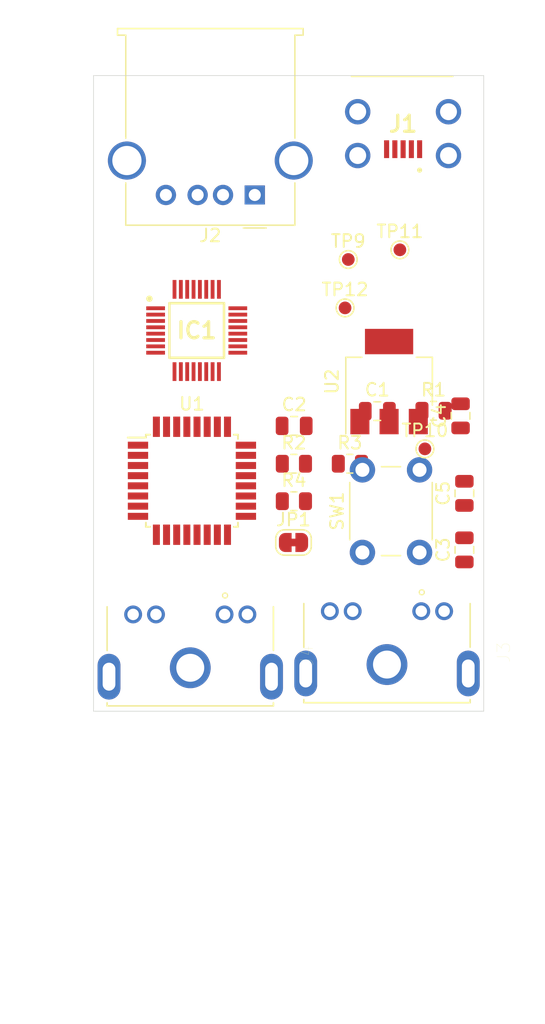
<source format=kicad_pcb>
(kicad_pcb (version 20171130) (host pcbnew "(5.1.9-16-g1737927814)-1")

  (general
    (thickness 1.6)
    (drawings 4)
    (tracks 0)
    (zones 0)
    (modules 22)
    (nets 14)
  )

  (page A4)
  (layers
    (0 F.Cu signal)
    (31 B.Cu signal)
    (32 B.Adhes user)
    (33 F.Adhes user)
    (34 B.Paste user)
    (35 F.Paste user)
    (36 B.SilkS user)
    (37 F.SilkS user)
    (38 B.Mask user)
    (39 F.Mask user)
    (40 Dwgs.User user)
    (41 Cmts.User user)
    (42 Eco1.User user)
    (43 Eco2.User user)
    (44 Edge.Cuts user)
    (45 Margin user)
    (46 B.CrtYd user)
    (47 F.CrtYd user)
    (48 B.Fab user)
    (49 F.Fab user)
  )

  (setup
    (last_trace_width 0.25)
    (trace_clearance 0.2)
    (zone_clearance 0.508)
    (zone_45_only no)
    (trace_min 0.2)
    (via_size 0.8)
    (via_drill 0.4)
    (via_min_size 0.4)
    (via_min_drill 0.3)
    (uvia_size 0.3)
    (uvia_drill 0.1)
    (uvias_allowed no)
    (uvia_min_size 0.2)
    (uvia_min_drill 0.1)
    (edge_width 0.05)
    (segment_width 0.2)
    (pcb_text_width 0.3)
    (pcb_text_size 1.5 1.5)
    (mod_edge_width 0.12)
    (mod_text_size 1 1)
    (mod_text_width 0.15)
    (pad_size 1.524 1.524)
    (pad_drill 0.762)
    (pad_to_mask_clearance 0)
    (aux_axis_origin 0 0)
    (visible_elements 7FFFFFFF)
    (pcbplotparams
      (layerselection 0x010fc_ffffffff)
      (usegerberextensions false)
      (usegerberattributes true)
      (usegerberadvancedattributes true)
      (creategerberjobfile true)
      (excludeedgelayer true)
      (linewidth 0.100000)
      (plotframeref false)
      (viasonmask false)
      (mode 1)
      (useauxorigin false)
      (hpglpennumber 1)
      (hpglpenspeed 20)
      (hpglpendiameter 15.000000)
      (psnegative false)
      (psa4output false)
      (plotreference true)
      (plotvalue true)
      (plotinvisibletext false)
      (padsonsilk false)
      (subtractmaskfromsilk false)
      (outputformat 1)
      (mirror false)
      (drillshape 1)
      (scaleselection 1)
      (outputdirectory ""))
  )

  (net 0 "")
  (net 1 ADB_1_5v)
  (net 2 ADB_1_GND)
  (net 3 ADB_1_DATA)
  (net 4 ADB_1_PWR_ON)
  (net 5 "Net-(J2-Pad2)")
  (net 6 GND)
  (net 7 +3V3)
  (net 8 "Net-(J2-Pad3)")
  (net 9 VBUS)
  (net 10 "Net-(IC1-Pad26)")
  (net 11 "Net-(R2-Pad2)")
  (net 12 Host_USB_D-)
  (net 13 Host_USB_D+)

  (net_class Default "This is the default net class."
    (clearance 0.2)
    (trace_width 0.25)
    (via_dia 0.8)
    (via_drill 0.4)
    (uvia_dia 0.3)
    (uvia_drill 0.1)
    (add_net +3V3)
    (add_net ADB_1_5v)
    (add_net ADB_1_DATA)
    (add_net ADB_1_GND)
    (add_net ADB_1_PWR_ON)
    (add_net GND)
    (add_net Host_USB_D+)
    (add_net Host_USB_D-)
    (add_net MAX3421_RESET)
    (add_net MAX3421_SS)
    (add_net "Net-(IC1-Pad1)")
    (add_net "Net-(IC1-Pad10)")
    (add_net "Net-(IC1-Pad11)")
    (add_net "Net-(IC1-Pad17)")
    (add_net "Net-(IC1-Pad18)")
    (add_net "Net-(IC1-Pad22)")
    (add_net "Net-(IC1-Pad24)")
    (add_net "Net-(IC1-Pad25)")
    (add_net "Net-(IC1-Pad26)")
    (add_net "Net-(IC1-Pad27)")
    (add_net "Net-(IC1-Pad28)")
    (add_net "Net-(IC1-Pad29)")
    (add_net "Net-(IC1-Pad30)")
    (add_net "Net-(IC1-Pad31)")
    (add_net "Net-(IC1-Pad32)")
    (add_net "Net-(IC1-Pad4)")
    (add_net "Net-(IC1-Pad5)")
    (add_net "Net-(IC1-Pad6)")
    (add_net "Net-(IC1-Pad7)")
    (add_net "Net-(IC1-Pad8)")
    (add_net "Net-(IC1-Pad9)")
    (add_net "Net-(J1-Pad2)")
    (add_net "Net-(J1-Pad3)")
    (add_net "Net-(J1-Pad4)")
    (add_net "Net-(J2-Pad2)")
    (add_net "Net-(J2-Pad3)")
    (add_net "Net-(R2-Pad2)")
    (add_net "Net-(U1-Pad1)")
    (add_net "Net-(U1-Pad10)")
    (add_net "Net-(U1-Pad11)")
    (add_net "Net-(U1-Pad12)")
    (add_net "Net-(U1-Pad13)")
    (add_net "Net-(U1-Pad14)")
    (add_net "Net-(U1-Pad15)")
    (add_net "Net-(U1-Pad16)")
    (add_net "Net-(U1-Pad17)")
    (add_net "Net-(U1-Pad19)")
    (add_net "Net-(U1-Pad2)")
    (add_net "Net-(U1-Pad20)")
    (add_net "Net-(U1-Pad22)")
    (add_net "Net-(U1-Pad23)")
    (add_net "Net-(U1-Pad24)")
    (add_net "Net-(U1-Pad25)")
    (add_net "Net-(U1-Pad26)")
    (add_net "Net-(U1-Pad27)")
    (add_net "Net-(U1-Pad28)")
    (add_net "Net-(U1-Pad29)")
    (add_net "Net-(U1-Pad30)")
    (add_net "Net-(U1-Pad31)")
    (add_net "Net-(U1-Pad32)")
    (add_net "Net-(U1-Pad7)")
    (add_net "Net-(U1-Pad8)")
    (add_net "Net-(U1-Pad9)")
    (add_net SPI_MISO)
    (add_net SPI_MOSI)
    (add_net SPI_SCLK)
    (add_net VBUS)
  )

  (module Package_TO_SOT_SMD:SOT-223-3_TabPin2 (layer F.Cu) (tedit 5A02FF57) (tstamp 60E5AB06)
    (at 176.188 60.664 90)
    (descr "module CMS SOT223 4 pins")
    (tags "CMS SOT")
    (path /60E76099)
    (attr smd)
    (fp_text reference U2 (at 0 -4.5 90) (layer F.SilkS)
      (effects (font (size 1 1) (thickness 0.15)))
    )
    (fp_text value AMS1117-3.3 (at 0 4.5 90) (layer F.Fab)
      (effects (font (size 1 1) (thickness 0.15)))
    )
    (fp_text user %R (at 0 0) (layer F.Fab)
      (effects (font (size 0.8 0.8) (thickness 0.12)))
    )
    (fp_line (start 1.91 3.41) (end 1.91 2.15) (layer F.SilkS) (width 0.12))
    (fp_line (start 1.91 -3.41) (end 1.91 -2.15) (layer F.SilkS) (width 0.12))
    (fp_line (start 4.4 -3.6) (end -4.4 -3.6) (layer F.CrtYd) (width 0.05))
    (fp_line (start 4.4 3.6) (end 4.4 -3.6) (layer F.CrtYd) (width 0.05))
    (fp_line (start -4.4 3.6) (end 4.4 3.6) (layer F.CrtYd) (width 0.05))
    (fp_line (start -4.4 -3.6) (end -4.4 3.6) (layer F.CrtYd) (width 0.05))
    (fp_line (start -1.85 -2.35) (end -0.85 -3.35) (layer F.Fab) (width 0.1))
    (fp_line (start -1.85 -2.35) (end -1.85 3.35) (layer F.Fab) (width 0.1))
    (fp_line (start -1.85 3.41) (end 1.91 3.41) (layer F.SilkS) (width 0.12))
    (fp_line (start -0.85 -3.35) (end 1.85 -3.35) (layer F.Fab) (width 0.1))
    (fp_line (start -4.1 -3.41) (end 1.91 -3.41) (layer F.SilkS) (width 0.12))
    (fp_line (start -1.85 3.35) (end 1.85 3.35) (layer F.Fab) (width 0.1))
    (fp_line (start 1.85 -3.35) (end 1.85 3.35) (layer F.Fab) (width 0.1))
    (pad 1 smd rect (at -3.15 -2.3 90) (size 2 1.5) (layers F.Cu F.Paste F.Mask)
      (net 6 GND))
    (pad 3 smd rect (at -3.15 2.3 90) (size 2 1.5) (layers F.Cu F.Paste F.Mask)
      (net 9 VBUS))
    (pad 2 smd rect (at -3.15 0 90) (size 2 1.5) (layers F.Cu F.Paste F.Mask)
      (net 7 +3V3))
    (pad 2 smd rect (at 3.15 0 90) (size 2 3.8) (layers F.Cu F.Paste F.Mask)
      (net 7 +3V3))
    (model ${KISYS3DMOD}/Package_TO_SOT_SMD.3dshapes/SOT-223.wrl
      (at (xyz 0 0 0))
      (scale (xyz 1 1 1))
      (rotate (xyz 0 0 0))
    )
  )

  (module Button_Switch_THT:SW_PUSH_6mm (layer F.Cu) (tedit 5A02FE31) (tstamp 60E5AA4C)
    (at 174.088 74.114 90)
    (descr https://www.omron.com/ecb/products/pdf/en-b3f.pdf)
    (tags "tact sw push 6mm")
    (path /60E71BE9)
    (fp_text reference SW1 (at 3.25 -2 90) (layer F.SilkS)
      (effects (font (size 1 1) (thickness 0.15)))
    )
    (fp_text value SW_Push (at 3.75 6.7 90) (layer F.Fab)
      (effects (font (size 1 1) (thickness 0.15)))
    )
    (fp_text user %R (at 3.25 2.25 90) (layer F.Fab)
      (effects (font (size 1 1) (thickness 0.15)))
    )
    (fp_line (start 3.25 -0.75) (end 6.25 -0.75) (layer F.Fab) (width 0.1))
    (fp_line (start 6.25 -0.75) (end 6.25 5.25) (layer F.Fab) (width 0.1))
    (fp_line (start 6.25 5.25) (end 0.25 5.25) (layer F.Fab) (width 0.1))
    (fp_line (start 0.25 5.25) (end 0.25 -0.75) (layer F.Fab) (width 0.1))
    (fp_line (start 0.25 -0.75) (end 3.25 -0.75) (layer F.Fab) (width 0.1))
    (fp_line (start 7.75 6) (end 8 6) (layer F.CrtYd) (width 0.05))
    (fp_line (start 8 6) (end 8 5.75) (layer F.CrtYd) (width 0.05))
    (fp_line (start 7.75 -1.5) (end 8 -1.5) (layer F.CrtYd) (width 0.05))
    (fp_line (start 8 -1.5) (end 8 -1.25) (layer F.CrtYd) (width 0.05))
    (fp_line (start -1.5 -1.25) (end -1.5 -1.5) (layer F.CrtYd) (width 0.05))
    (fp_line (start -1.5 -1.5) (end -1.25 -1.5) (layer F.CrtYd) (width 0.05))
    (fp_line (start -1.5 5.75) (end -1.5 6) (layer F.CrtYd) (width 0.05))
    (fp_line (start -1.5 6) (end -1.25 6) (layer F.CrtYd) (width 0.05))
    (fp_line (start -1.25 -1.5) (end 7.75 -1.5) (layer F.CrtYd) (width 0.05))
    (fp_line (start -1.5 5.75) (end -1.5 -1.25) (layer F.CrtYd) (width 0.05))
    (fp_line (start 7.75 6) (end -1.25 6) (layer F.CrtYd) (width 0.05))
    (fp_line (start 8 -1.25) (end 8 5.75) (layer F.CrtYd) (width 0.05))
    (fp_line (start 1 5.5) (end 5.5 5.5) (layer F.SilkS) (width 0.12))
    (fp_line (start -0.25 1.5) (end -0.25 3) (layer F.SilkS) (width 0.12))
    (fp_line (start 5.5 -1) (end 1 -1) (layer F.SilkS) (width 0.12))
    (fp_line (start 6.75 3) (end 6.75 1.5) (layer F.SilkS) (width 0.12))
    (fp_circle (center 3.25 2.25) (end 1.25 2.5) (layer F.Fab) (width 0.1))
    (pad 1 thru_hole circle (at 6.5 0 180) (size 2 2) (drill 1.1) (layers *.Cu *.Mask)
      (net 10 "Net-(IC1-Pad26)"))
    (pad 2 thru_hole circle (at 6.5 4.5 180) (size 2 2) (drill 1.1) (layers *.Cu *.Mask)
      (net 11 "Net-(R2-Pad2)"))
    (pad 1 thru_hole circle (at 0 0 180) (size 2 2) (drill 1.1) (layers *.Cu *.Mask)
      (net 10 "Net-(IC1-Pad26)"))
    (pad 2 thru_hole circle (at 0 4.5 180) (size 2 2) (drill 1.1) (layers *.Cu *.Mask)
      (net 11 "Net-(R2-Pad2)"))
    (model ${KISYS3DMOD}/Button_Switch_THT.3dshapes/SW_PUSH_6mm.wrl
      (at (xyz 0 0 0))
      (scale (xyz 1 1 1))
      (rotate (xyz 0 0 0))
    )
  )

  (module SamacSys_Parts:U254051N4BH806 (layer F.Cu) (tedit 0) (tstamp 60E59994)
    (at 177.292 40.386 180)
    (descr U254-051N-4BH806-2)
    (tags Connector)
    (path /60EA59EB)
    (fp_text reference J1 (at 0 0) (layer F.SilkS)
      (effects (font (size 1.27 1.27) (thickness 0.254)))
    )
    (fp_text value U254-051N-4BH806 (at 0 0) (layer F.SilkS) hide
      (effects (font (size 1.27 1.27) (thickness 0.254)))
    )
    (fp_arc (start -1.299 -3.635) (end -1.299 -3.735) (angle -180) (layer F.SilkS) (width 0.2))
    (fp_arc (start -1.299 -3.635) (end -1.299 -3.535) (angle -180) (layer F.SilkS) (width 0.2))
    (fp_text user %R (at 0 0) (layer F.Fab)
      (effects (font (size 1.27 1.27) (thickness 0.254)))
    )
    (fp_line (start -3.999 -2.865) (end 4 -2.865) (layer F.Fab) (width 0.2))
    (fp_line (start 4 -2.865) (end 4 3.735) (layer F.Fab) (width 0.2))
    (fp_line (start 4 3.735) (end -3.999 3.735) (layer F.Fab) (width 0.2))
    (fp_line (start -3.999 3.735) (end -3.999 -2.865) (layer F.Fab) (width 0.2))
    (fp_line (start -5.722 -4.735) (end 5.723 -4.735) (layer F.CrtYd) (width 0.1))
    (fp_line (start 5.723 -4.735) (end 5.723 4.735) (layer F.CrtYd) (width 0.1))
    (fp_line (start 5.723 4.735) (end -5.722 4.735) (layer F.CrtYd) (width 0.1))
    (fp_line (start -5.722 4.735) (end -5.722 -4.735) (layer F.CrtYd) (width 0.1))
    (fp_line (start -3.924 3.735) (end 4.075 3.735) (layer F.SilkS) (width 0.1))
    (fp_line (start -1.299 -3.535) (end -1.299 -3.535) (layer F.SilkS) (width 0.2))
    (fp_line (start -1.299 -3.735) (end -1.299 -3.735) (layer F.SilkS) (width 0.2))
    (pad MH6 np_thru_hole circle (at 2 -1.165 180) (size 0.65 0) (drill 0.65) (layers *.Cu *.Mask))
    (pad MH5 np_thru_hole circle (at -2 -1.165 180) (size 0.65 0) (drill 0.65) (layers *.Cu *.Mask))
    (pad MH4 thru_hole circle (at -3.575 -2.485 180) (size 2 2) (drill 1.3285) (layers *.Cu *.Mask)
      (net 6 GND))
    (pad MH3 thru_hole circle (at 3.575 -2.485 180) (size 2 2) (drill 1.3285) (layers *.Cu *.Mask)
      (net 6 GND))
    (pad MH2 thru_hole circle (at 3.575 0.965 180) (size 2 2) (drill 1.3285) (layers *.Cu *.Mask)
      (net 6 GND))
    (pad MH1 thru_hole circle (at -3.575 0.965 180) (size 2 2) (drill 1.3285) (layers *.Cu *.Mask)
      (net 6 GND))
    (pad 5 smd rect (at 1.3 -1.985 180) (size 0.4 1.4) (layers F.Cu F.Paste F.Mask)
      (net 6 GND))
    (pad 4 smd rect (at 0.65 -1.985 180) (size 0.4 1.4) (layers F.Cu F.Paste F.Mask))
    (pad 3 smd rect (at 0 -1.985 180) (size 0.4 1.4) (layers F.Cu F.Paste F.Mask))
    (pad 2 smd rect (at -0.65 -1.985 180) (size 0.4 1.4) (layers F.Cu F.Paste F.Mask))
    (pad 1 smd rect (at -1.3 -1.985 180) (size 0.4 1.4) (layers F.Cu F.Paste F.Mask)
      (net 9 VBUS))
    (model C:\Users\theto\Downloads\adbuino\hw\adbuino_v0p9\SamacSys_Parts.3dshapes\U254-051N-4BH806.stp
      (at (xyz 0 0 0))
      (scale (xyz 1 1 1))
      (rotate (xyz 0 0 0))
    )
  )

  (module SamacSys_Parts:QFP50P700X700X120-32N (layer F.Cu) (tedit 0) (tstamp 60E59977)
    (at 161.036 56.642)
    (descr "32 TQFP 5x5")
    (tags "Integrated Circuit")
    (path /60E63393)
    (attr smd)
    (fp_text reference IC1 (at 0 0) (layer F.SilkS)
      (effects (font (size 1.27 1.27) (thickness 0.254)))
    )
    (fp_text value MAX3421EEHJ+ (at 0 0) (layer F.SilkS) hide
      (effects (font (size 1.27 1.27) (thickness 0.254)))
    )
    (fp_text user %R (at 0 0) (layer F.Fab)
      (effects (font (size 1.27 1.27) (thickness 0.254)))
    )
    (fp_line (start -4.225 -4.225) (end 4.225 -4.225) (layer F.CrtYd) (width 0.05))
    (fp_line (start 4.225 -4.225) (end 4.225 4.225) (layer F.CrtYd) (width 0.05))
    (fp_line (start 4.225 4.225) (end -4.225 4.225) (layer F.CrtYd) (width 0.05))
    (fp_line (start -4.225 4.225) (end -4.225 -4.225) (layer F.CrtYd) (width 0.05))
    (fp_line (start -2.5 -2.5) (end 2.5 -2.5) (layer F.Fab) (width 0.1))
    (fp_line (start 2.5 -2.5) (end 2.5 2.5) (layer F.Fab) (width 0.1))
    (fp_line (start 2.5 2.5) (end -2.5 2.5) (layer F.Fab) (width 0.1))
    (fp_line (start -2.5 2.5) (end -2.5 -2.5) (layer F.Fab) (width 0.1))
    (fp_line (start -2.5 -2) (end -2 -2.5) (layer F.Fab) (width 0.1))
    (fp_line (start -2.15 -2.15) (end 2.15 -2.15) (layer F.SilkS) (width 0.2))
    (fp_line (start 2.15 -2.15) (end 2.15 2.15) (layer F.SilkS) (width 0.2))
    (fp_line (start 2.15 2.15) (end -2.15 2.15) (layer F.SilkS) (width 0.2))
    (fp_line (start -2.15 2.15) (end -2.15 -2.15) (layer F.SilkS) (width 0.2))
    (fp_circle (center -3.725 -2.5) (end -3.725 -2.375) (layer F.SilkS) (width 0.25))
    (pad 32 smd rect (at -1.75 -3.238) (size 0.3 1.475) (layers F.Cu F.Paste F.Mask))
    (pad 31 smd rect (at -1.25 -3.238) (size 0.3 1.475) (layers F.Cu F.Paste F.Mask))
    (pad 30 smd rect (at -0.75 -3.238) (size 0.3 1.475) (layers F.Cu F.Paste F.Mask))
    (pad 29 smd rect (at -0.25 -3.238) (size 0.3 1.475) (layers F.Cu F.Paste F.Mask))
    (pad 28 smd rect (at 0.25 -3.238) (size 0.3 1.475) (layers F.Cu F.Paste F.Mask))
    (pad 27 smd rect (at 0.75 -3.238) (size 0.3 1.475) (layers F.Cu F.Paste F.Mask))
    (pad 26 smd rect (at 1.25 -3.238) (size 0.3 1.475) (layers F.Cu F.Paste F.Mask)
      (net 10 "Net-(IC1-Pad26)"))
    (pad 25 smd rect (at 1.75 -3.238) (size 0.3 1.475) (layers F.Cu F.Paste F.Mask))
    (pad 24 smd rect (at 3.238 -1.75 90) (size 0.3 1.475) (layers F.Cu F.Paste F.Mask))
    (pad 23 smd rect (at 3.238 -1.25 90) (size 0.3 1.475) (layers F.Cu F.Paste F.Mask)
      (net 7 +3V3))
    (pad 22 smd rect (at 3.238 -0.75 90) (size 0.3 1.475) (layers F.Cu F.Paste F.Mask))
    (pad 21 smd rect (at 3.238 -0.25 90) (size 0.3 1.475) (layers F.Cu F.Paste F.Mask)
      (net 13 Host_USB_D+))
    (pad 20 smd rect (at 3.238 0.25 90) (size 0.3 1.475) (layers F.Cu F.Paste F.Mask)
      (net 12 Host_USB_D-))
    (pad 19 smd rect (at 3.238 0.75 90) (size 0.3 1.475) (layers F.Cu F.Paste F.Mask)
      (net 6 GND))
    (pad 18 smd rect (at 3.238 1.25 90) (size 0.3 1.475) (layers F.Cu F.Paste F.Mask))
    (pad 17 smd rect (at 3.238 1.75 90) (size 0.3 1.475) (layers F.Cu F.Paste F.Mask))
    (pad 16 smd rect (at 1.75 3.238) (size 0.3 1.475) (layers F.Cu F.Paste F.Mask))
    (pad 15 smd rect (at 1.25 3.238) (size 0.3 1.475) (layers F.Cu F.Paste F.Mask))
    (pad 14 smd rect (at 0.75 3.238) (size 0.3 1.475) (layers F.Cu F.Paste F.Mask))
    (pad 13 smd rect (at 0.25 3.238) (size 0.3 1.475) (layers F.Cu F.Paste F.Mask))
    (pad 12 smd rect (at -0.25 3.238) (size 0.3 1.475) (layers F.Cu F.Paste F.Mask))
    (pad 11 smd rect (at -0.75 3.238) (size 0.3 1.475) (layers F.Cu F.Paste F.Mask))
    (pad 10 smd rect (at -1.25 3.238) (size 0.3 1.475) (layers F.Cu F.Paste F.Mask))
    (pad 9 smd rect (at -1.75 3.238) (size 0.3 1.475) (layers F.Cu F.Paste F.Mask))
    (pad 8 smd rect (at -3.238 1.75 90) (size 0.3 1.475) (layers F.Cu F.Paste F.Mask))
    (pad 7 smd rect (at -3.238 1.25 90) (size 0.3 1.475) (layers F.Cu F.Paste F.Mask))
    (pad 6 smd rect (at -3.238 0.75 90) (size 0.3 1.475) (layers F.Cu F.Paste F.Mask))
    (pad 5 smd rect (at -3.238 0.25 90) (size 0.3 1.475) (layers F.Cu F.Paste F.Mask))
    (pad 4 smd rect (at -3.238 -0.25 90) (size 0.3 1.475) (layers F.Cu F.Paste F.Mask))
    (pad 3 smd rect (at -3.238 -0.75 90) (size 0.3 1.475) (layers F.Cu F.Paste F.Mask)
      (net 6 GND))
    (pad 2 smd rect (at -3.238 -1.25 90) (size 0.3 1.475) (layers F.Cu F.Paste F.Mask)
      (net 7 +3V3))
    (pad 1 smd rect (at -3.238 -1.75 90) (size 0.3 1.475) (layers F.Cu F.Paste F.Mask))
    (model C:\Users\theto\Downloads\adbuino\hw\adbuino_v0p9\SamacSys_Parts.3dshapes\MAX3421EEHJ+.stp
      (at (xyz 0 0 0))
      (scale (xyz 1 1 1))
      (rotate (xyz 0 0 0))
    )
  )

  (module Capacitor_SMD:C_0805_2012Metric (layer F.Cu) (tedit 5F68FEEE) (tstamp 60E5A873)
    (at 182.118 69.464 90)
    (descr "Capacitor SMD 0805 (2012 Metric), square (rectangular) end terminal, IPC_7351 nominal, (Body size source: IPC-SM-782 page 76, https://www.pcb-3d.com/wordpress/wp-content/uploads/ipc-sm-782a_amendment_1_and_2.pdf, https://docs.google.com/spreadsheets/d/1BsfQQcO9C6DZCsRaXUlFlo91Tg2WpOkGARC1WS5S8t0/edit?usp=sharing), generated with kicad-footprint-generator")
    (tags capacitor)
    (path /60E8061C)
    (attr smd)
    (fp_text reference C5 (at 0 -1.68 90) (layer F.SilkS)
      (effects (font (size 1 1) (thickness 0.15)))
    )
    (fp_text value 10u (at 0 1.68 90) (layer F.Fab)
      (effects (font (size 1 1) (thickness 0.15)))
    )
    (fp_text user %R (at 0 0 90) (layer F.Fab)
      (effects (font (size 0.5 0.5) (thickness 0.08)))
    )
    (fp_line (start -1 0.625) (end -1 -0.625) (layer F.Fab) (width 0.1))
    (fp_line (start -1 -0.625) (end 1 -0.625) (layer F.Fab) (width 0.1))
    (fp_line (start 1 -0.625) (end 1 0.625) (layer F.Fab) (width 0.1))
    (fp_line (start 1 0.625) (end -1 0.625) (layer F.Fab) (width 0.1))
    (fp_line (start -0.261252 -0.735) (end 0.261252 -0.735) (layer F.SilkS) (width 0.12))
    (fp_line (start -0.261252 0.735) (end 0.261252 0.735) (layer F.SilkS) (width 0.12))
    (fp_line (start -1.7 0.98) (end -1.7 -0.98) (layer F.CrtYd) (width 0.05))
    (fp_line (start -1.7 -0.98) (end 1.7 -0.98) (layer F.CrtYd) (width 0.05))
    (fp_line (start 1.7 -0.98) (end 1.7 0.98) (layer F.CrtYd) (width 0.05))
    (fp_line (start 1.7 0.98) (end -1.7 0.98) (layer F.CrtYd) (width 0.05))
    (pad 2 smd roundrect (at 0.95 0 90) (size 1 1.45) (layers F.Cu F.Paste F.Mask) (roundrect_rratio 0.25)
      (net 6 GND))
    (pad 1 smd roundrect (at -0.95 0 90) (size 1 1.45) (layers F.Cu F.Paste F.Mask) (roundrect_rratio 0.25)
      (net 7 +3V3))
    (model ${KISYS3DMOD}/Capacitor_SMD.3dshapes/C_0805_2012Metric.wrl
      (at (xyz 0 0 0))
      (scale (xyz 1 1 1))
      (rotate (xyz 0 0 0))
    )
  )

  (module Capacitor_SMD:C_0805_2012Metric (layer F.Cu) (tedit 5F68FEEE) (tstamp 60E5A862)
    (at 181.818 63.364 90)
    (descr "Capacitor SMD 0805 (2012 Metric), square (rectangular) end terminal, IPC_7351 nominal, (Body size source: IPC-SM-782 page 76, https://www.pcb-3d.com/wordpress/wp-content/uploads/ipc-sm-782a_amendment_1_and_2.pdf, https://docs.google.com/spreadsheets/d/1BsfQQcO9C6DZCsRaXUlFlo91Tg2WpOkGARC1WS5S8t0/edit?usp=sharing), generated with kicad-footprint-generator")
    (tags capacitor)
    (path /60E7F52F)
    (attr smd)
    (fp_text reference C4 (at 0 -1.68 90) (layer F.SilkS)
      (effects (font (size 1 1) (thickness 0.15)))
    )
    (fp_text value 100n (at 0 1.68 90) (layer F.Fab)
      (effects (font (size 1 1) (thickness 0.15)))
    )
    (fp_text user %R (at 0 0 90) (layer F.Fab)
      (effects (font (size 0.5 0.5) (thickness 0.08)))
    )
    (fp_line (start -1 0.625) (end -1 -0.625) (layer F.Fab) (width 0.1))
    (fp_line (start -1 -0.625) (end 1 -0.625) (layer F.Fab) (width 0.1))
    (fp_line (start 1 -0.625) (end 1 0.625) (layer F.Fab) (width 0.1))
    (fp_line (start 1 0.625) (end -1 0.625) (layer F.Fab) (width 0.1))
    (fp_line (start -0.261252 -0.735) (end 0.261252 -0.735) (layer F.SilkS) (width 0.12))
    (fp_line (start -0.261252 0.735) (end 0.261252 0.735) (layer F.SilkS) (width 0.12))
    (fp_line (start -1.7 0.98) (end -1.7 -0.98) (layer F.CrtYd) (width 0.05))
    (fp_line (start -1.7 -0.98) (end 1.7 -0.98) (layer F.CrtYd) (width 0.05))
    (fp_line (start 1.7 -0.98) (end 1.7 0.98) (layer F.CrtYd) (width 0.05))
    (fp_line (start 1.7 0.98) (end -1.7 0.98) (layer F.CrtYd) (width 0.05))
    (pad 2 smd roundrect (at 0.95 0 90) (size 1 1.45) (layers F.Cu F.Paste F.Mask) (roundrect_rratio 0.25)
      (net 6 GND))
    (pad 1 smd roundrect (at -0.95 0 90) (size 1 1.45) (layers F.Cu F.Paste F.Mask) (roundrect_rratio 0.25)
      (net 7 +3V3))
    (model ${KISYS3DMOD}/Capacitor_SMD.3dshapes/C_0805_2012Metric.wrl
      (at (xyz 0 0 0))
      (scale (xyz 1 1 1))
      (rotate (xyz 0 0 0))
    )
  )

  (module Capacitor_SMD:C_0805_2012Metric (layer F.Cu) (tedit 5F68FEEE) (tstamp 60E5A851)
    (at 182.118 73.914 90)
    (descr "Capacitor SMD 0805 (2012 Metric), square (rectangular) end terminal, IPC_7351 nominal, (Body size source: IPC-SM-782 page 76, https://www.pcb-3d.com/wordpress/wp-content/uploads/ipc-sm-782a_amendment_1_and_2.pdf, https://docs.google.com/spreadsheets/d/1BsfQQcO9C6DZCsRaXUlFlo91Tg2WpOkGARC1WS5S8t0/edit?usp=sharing), generated with kicad-footprint-generator")
    (tags capacitor)
    (path /60E85E16)
    (attr smd)
    (fp_text reference C3 (at 0 -1.68 90) (layer F.SilkS)
      (effects (font (size 1 1) (thickness 0.15)))
    )
    (fp_text value 10u (at 0 1.68 90) (layer F.Fab)
      (effects (font (size 1 1) (thickness 0.15)))
    )
    (fp_text user %R (at 0 0 90) (layer F.Fab)
      (effects (font (size 0.5 0.5) (thickness 0.08)))
    )
    (fp_line (start -1 0.625) (end -1 -0.625) (layer F.Fab) (width 0.1))
    (fp_line (start -1 -0.625) (end 1 -0.625) (layer F.Fab) (width 0.1))
    (fp_line (start 1 -0.625) (end 1 0.625) (layer F.Fab) (width 0.1))
    (fp_line (start 1 0.625) (end -1 0.625) (layer F.Fab) (width 0.1))
    (fp_line (start -0.261252 -0.735) (end 0.261252 -0.735) (layer F.SilkS) (width 0.12))
    (fp_line (start -0.261252 0.735) (end 0.261252 0.735) (layer F.SilkS) (width 0.12))
    (fp_line (start -1.7 0.98) (end -1.7 -0.98) (layer F.CrtYd) (width 0.05))
    (fp_line (start -1.7 -0.98) (end 1.7 -0.98) (layer F.CrtYd) (width 0.05))
    (fp_line (start 1.7 -0.98) (end 1.7 0.98) (layer F.CrtYd) (width 0.05))
    (fp_line (start 1.7 0.98) (end -1.7 0.98) (layer F.CrtYd) (width 0.05))
    (pad 2 smd roundrect (at 0.95 0 90) (size 1 1.45) (layers F.Cu F.Paste F.Mask) (roundrect_rratio 0.25)
      (net 6 GND))
    (pad 1 smd roundrect (at -0.95 0 90) (size 1 1.45) (layers F.Cu F.Paste F.Mask) (roundrect_rratio 0.25)
      (net 9 VBUS))
    (model ${KISYS3DMOD}/Capacitor_SMD.3dshapes/C_0805_2012Metric.wrl
      (at (xyz 0 0 0))
      (scale (xyz 1 1 1))
      (rotate (xyz 0 0 0))
    )
  )

  (module Package_QFP:TQFP-32_7x7mm_P0.8mm (layer F.Cu) (tedit 5A02F146) (tstamp 60E59532)
    (at 160.66 68.472)
    (descr "32-Lead Plastic Thin Quad Flatpack (PT) - 7x7x1.0 mm Body, 2.00 mm [TQFP] (see Microchip Packaging Specification 00000049BS.pdf)")
    (tags "QFP 0.8")
    (path /60E69D6F)
    (attr smd)
    (fp_text reference U1 (at 0 -6.05) (layer F.SilkS)
      (effects (font (size 1 1) (thickness 0.15)))
    )
    (fp_text value ATmega328P-AU (at 0 6.05) (layer F.Fab)
      (effects (font (size 1 1) (thickness 0.15)))
    )
    (fp_text user %R (at 0 0) (layer F.Fab)
      (effects (font (size 1 1) (thickness 0.15)))
    )
    (fp_line (start -2.5 -3.5) (end 3.5 -3.5) (layer F.Fab) (width 0.15))
    (fp_line (start 3.5 -3.5) (end 3.5 3.5) (layer F.Fab) (width 0.15))
    (fp_line (start 3.5 3.5) (end -3.5 3.5) (layer F.Fab) (width 0.15))
    (fp_line (start -3.5 3.5) (end -3.5 -2.5) (layer F.Fab) (width 0.15))
    (fp_line (start -3.5 -2.5) (end -2.5 -3.5) (layer F.Fab) (width 0.15))
    (fp_line (start -5.3 -5.3) (end -5.3 5.3) (layer F.CrtYd) (width 0.05))
    (fp_line (start 5.3 -5.3) (end 5.3 5.3) (layer F.CrtYd) (width 0.05))
    (fp_line (start -5.3 -5.3) (end 5.3 -5.3) (layer F.CrtYd) (width 0.05))
    (fp_line (start -5.3 5.3) (end 5.3 5.3) (layer F.CrtYd) (width 0.05))
    (fp_line (start -3.625 -3.625) (end -3.625 -3.4) (layer F.SilkS) (width 0.15))
    (fp_line (start 3.625 -3.625) (end 3.625 -3.3) (layer F.SilkS) (width 0.15))
    (fp_line (start 3.625 3.625) (end 3.625 3.3) (layer F.SilkS) (width 0.15))
    (fp_line (start -3.625 3.625) (end -3.625 3.3) (layer F.SilkS) (width 0.15))
    (fp_line (start -3.625 -3.625) (end -3.3 -3.625) (layer F.SilkS) (width 0.15))
    (fp_line (start -3.625 3.625) (end -3.3 3.625) (layer F.SilkS) (width 0.15))
    (fp_line (start 3.625 3.625) (end 3.3 3.625) (layer F.SilkS) (width 0.15))
    (fp_line (start 3.625 -3.625) (end 3.3 -3.625) (layer F.SilkS) (width 0.15))
    (fp_line (start -3.625 -3.4) (end -5.05 -3.4) (layer F.SilkS) (width 0.15))
    (pad 32 smd rect (at -2.8 -4.25 90) (size 1.6 0.55) (layers F.Cu F.Paste F.Mask))
    (pad 31 smd rect (at -2 -4.25 90) (size 1.6 0.55) (layers F.Cu F.Paste F.Mask))
    (pad 30 smd rect (at -1.2 -4.25 90) (size 1.6 0.55) (layers F.Cu F.Paste F.Mask))
    (pad 29 smd rect (at -0.4 -4.25 90) (size 1.6 0.55) (layers F.Cu F.Paste F.Mask))
    (pad 28 smd rect (at 0.4 -4.25 90) (size 1.6 0.55) (layers F.Cu F.Paste F.Mask))
    (pad 27 smd rect (at 1.2 -4.25 90) (size 1.6 0.55) (layers F.Cu F.Paste F.Mask))
    (pad 26 smd rect (at 2 -4.25 90) (size 1.6 0.55) (layers F.Cu F.Paste F.Mask))
    (pad 25 smd rect (at 2.8 -4.25 90) (size 1.6 0.55) (layers F.Cu F.Paste F.Mask))
    (pad 24 smd rect (at 4.25 -2.8) (size 1.6 0.55) (layers F.Cu F.Paste F.Mask))
    (pad 23 smd rect (at 4.25 -2) (size 1.6 0.55) (layers F.Cu F.Paste F.Mask))
    (pad 22 smd rect (at 4.25 -1.2) (size 1.6 0.55) (layers F.Cu F.Paste F.Mask))
    (pad 21 smd rect (at 4.25 -0.4) (size 1.6 0.55) (layers F.Cu F.Paste F.Mask)
      (net 6 GND))
    (pad 20 smd rect (at 4.25 0.4) (size 1.6 0.55) (layers F.Cu F.Paste F.Mask))
    (pad 19 smd rect (at 4.25 1.2) (size 1.6 0.55) (layers F.Cu F.Paste F.Mask))
    (pad 18 smd rect (at 4.25 2) (size 1.6 0.55) (layers F.Cu F.Paste F.Mask)
      (net 7 +3V3))
    (pad 17 smd rect (at 4.25 2.8) (size 1.6 0.55) (layers F.Cu F.Paste F.Mask))
    (pad 16 smd rect (at 2.8 4.25 90) (size 1.6 0.55) (layers F.Cu F.Paste F.Mask))
    (pad 15 smd rect (at 2 4.25 90) (size 1.6 0.55) (layers F.Cu F.Paste F.Mask))
    (pad 14 smd rect (at 1.2 4.25 90) (size 1.6 0.55) (layers F.Cu F.Paste F.Mask))
    (pad 13 smd rect (at 0.4 4.25 90) (size 1.6 0.55) (layers F.Cu F.Paste F.Mask))
    (pad 12 smd rect (at -0.4 4.25 90) (size 1.6 0.55) (layers F.Cu F.Paste F.Mask))
    (pad 11 smd rect (at -1.2 4.25 90) (size 1.6 0.55) (layers F.Cu F.Paste F.Mask))
    (pad 10 smd rect (at -2 4.25 90) (size 1.6 0.55) (layers F.Cu F.Paste F.Mask))
    (pad 9 smd rect (at -2.8 4.25 90) (size 1.6 0.55) (layers F.Cu F.Paste F.Mask))
    (pad 8 smd rect (at -4.25 2.8) (size 1.6 0.55) (layers F.Cu F.Paste F.Mask))
    (pad 7 smd rect (at -4.25 2) (size 1.6 0.55) (layers F.Cu F.Paste F.Mask))
    (pad 6 smd rect (at -4.25 1.2) (size 1.6 0.55) (layers F.Cu F.Paste F.Mask)
      (net 7 +3V3))
    (pad 5 smd rect (at -4.25 0.4) (size 1.6 0.55) (layers F.Cu F.Paste F.Mask)
      (net 6 GND))
    (pad 4 smd rect (at -4.25 -0.4) (size 1.6 0.55) (layers F.Cu F.Paste F.Mask)
      (net 7 +3V3))
    (pad 3 smd rect (at -4.25 -1.2) (size 1.6 0.55) (layers F.Cu F.Paste F.Mask)
      (net 6 GND))
    (pad 2 smd rect (at -4.25 -2) (size 1.6 0.55) (layers F.Cu F.Paste F.Mask))
    (pad 1 smd rect (at -4.25 -2.8) (size 1.6 0.55) (layers F.Cu F.Paste F.Mask))
    (model ${KISYS3DMOD}/Package_QFP.3dshapes/TQFP-32_7x7mm_P0.8mm.wrl
      (at (xyz 0 0 0))
      (scale (xyz 1 1 1))
      (rotate (xyz 0 0 0))
    )
  )

  (module TestPoint:TestPoint_Pad_D1.0mm (layer F.Cu) (tedit 5A0F774F) (tstamp 60E594FB)
    (at 172.72 54.864)
    (descr "SMD pad as test Point, diameter 1.0mm")
    (tags "test point SMD pad")
    (path /60D0F9F3)
    (attr virtual)
    (fp_text reference TP12 (at 0 -1.448) (layer F.SilkS)
      (effects (font (size 1 1) (thickness 0.15)))
    )
    (fp_text value TestPoint_Small (at 0 1.55) (layer F.Fab)
      (effects (font (size 1 1) (thickness 0.15)))
    )
    (fp_text user %R (at 0 -1.45) (layer F.Fab)
      (effects (font (size 1 1) (thickness 0.15)))
    )
    (fp_circle (center 0 0) (end 1 0) (layer F.CrtYd) (width 0.05))
    (fp_circle (center 0 0) (end 0 0.7) (layer F.SilkS) (width 0.12))
    (pad 1 smd circle (at 0 0) (size 1 1) (layers F.Cu F.Mask)
      (net 2 ADB_1_GND))
  )

  (module TestPoint:TestPoint_Pad_D1.0mm (layer F.Cu) (tedit 5A0F774F) (tstamp 60E594F3)
    (at 177.038 50.292)
    (descr "SMD pad as test Point, diameter 1.0mm")
    (tags "test point SMD pad")
    (path /60D0EAE8)
    (attr virtual)
    (fp_text reference TP11 (at 0 -1.448) (layer F.SilkS)
      (effects (font (size 1 1) (thickness 0.15)))
    )
    (fp_text value TestPoint_Small (at 0 1.55) (layer F.Fab)
      (effects (font (size 1 1) (thickness 0.15)))
    )
    (fp_text user %R (at 0 -1.45) (layer F.Fab)
      (effects (font (size 1 1) (thickness 0.15)))
    )
    (fp_circle (center 0 0) (end 1 0) (layer F.CrtYd) (width 0.05))
    (fp_circle (center 0 0) (end 0 0.7) (layer F.SilkS) (width 0.12))
    (pad 1 smd circle (at 0 0) (size 1 1) (layers F.Cu F.Mask)
      (net 1 ADB_1_5v))
  )

  (module TestPoint:TestPoint_Pad_D1.0mm (layer F.Cu) (tedit 5A0F774F) (tstamp 60E594EB)
    (at 179.01 65.962)
    (descr "SMD pad as test Point, diameter 1.0mm")
    (tags "test point SMD pad")
    (path /60D0C7F4)
    (attr virtual)
    (fp_text reference TP10 (at 0 -1.448) (layer F.SilkS)
      (effects (font (size 1 1) (thickness 0.15)))
    )
    (fp_text value TestPoint_Small (at 0 1.55) (layer F.Fab)
      (effects (font (size 1 1) (thickness 0.15)))
    )
    (fp_text user %R (at 0 -1.45) (layer F.Fab)
      (effects (font (size 1 1) (thickness 0.15)))
    )
    (fp_circle (center 0 0) (end 1 0) (layer F.CrtYd) (width 0.05))
    (fp_circle (center 0 0) (end 0 0.7) (layer F.SilkS) (width 0.12))
    (pad 1 smd circle (at 0 0) (size 1 1) (layers F.Cu F.Mask)
      (net 4 ADB_1_PWR_ON))
  )

  (module TestPoint:TestPoint_Pad_D1.0mm (layer F.Cu) (tedit 5A0F774F) (tstamp 60E594E3)
    (at 172.974 51.054)
    (descr "SMD pad as test Point, diameter 1.0mm")
    (tags "test point SMD pad")
    (path /60D09D61)
    (attr virtual)
    (fp_text reference TP9 (at 0 -1.448) (layer F.SilkS)
      (effects (font (size 1 1) (thickness 0.15)))
    )
    (fp_text value TestPoint_Small (at 0 1.55) (layer F.Fab)
      (effects (font (size 1 1) (thickness 0.15)))
    )
    (fp_text user %R (at 0 -1.45) (layer F.Fab)
      (effects (font (size 1 1) (thickness 0.15)))
    )
    (fp_circle (center 0 0) (end 1 0) (layer F.CrtYd) (width 0.05))
    (fp_circle (center 0 0) (end 0 0.7) (layer F.SilkS) (width 0.12))
    (pad 1 smd circle (at 0 0) (size 1 1) (layers F.Cu F.Mask)
      (net 3 ADB_1_DATA))
  )

  (module Resistor_SMD:R_0805_2012Metric (layer F.Cu) (tedit 5F68FEEE) (tstamp 60E594DB)
    (at 168.69 70.082)
    (descr "Resistor SMD 0805 (2012 Metric), square (rectangular) end terminal, IPC_7351 nominal, (Body size source: IPC-SM-782 page 72, https://www.pcb-3d.com/wordpress/wp-content/uploads/ipc-sm-782a_amendment_1_and_2.pdf), generated with kicad-footprint-generator")
    (tags resistor)
    (path /60E83615)
    (attr smd)
    (fp_text reference R4 (at 0 -1.65) (layer F.SilkS)
      (effects (font (size 1 1) (thickness 0.15)))
    )
    (fp_text value 33 (at 0 1.65) (layer F.Fab)
      (effects (font (size 1 1) (thickness 0.15)))
    )
    (fp_text user %R (at 0 0) (layer F.Fab)
      (effects (font (size 0.5 0.5) (thickness 0.08)))
    )
    (fp_line (start -1 0.625) (end -1 -0.625) (layer F.Fab) (width 0.1))
    (fp_line (start -1 -0.625) (end 1 -0.625) (layer F.Fab) (width 0.1))
    (fp_line (start 1 -0.625) (end 1 0.625) (layer F.Fab) (width 0.1))
    (fp_line (start 1 0.625) (end -1 0.625) (layer F.Fab) (width 0.1))
    (fp_line (start -0.227064 -0.735) (end 0.227064 -0.735) (layer F.SilkS) (width 0.12))
    (fp_line (start -0.227064 0.735) (end 0.227064 0.735) (layer F.SilkS) (width 0.12))
    (fp_line (start -1.68 0.95) (end -1.68 -0.95) (layer F.CrtYd) (width 0.05))
    (fp_line (start -1.68 -0.95) (end 1.68 -0.95) (layer F.CrtYd) (width 0.05))
    (fp_line (start 1.68 -0.95) (end 1.68 0.95) (layer F.CrtYd) (width 0.05))
    (fp_line (start 1.68 0.95) (end -1.68 0.95) (layer F.CrtYd) (width 0.05))
    (pad 2 smd roundrect (at 0.9125 0) (size 1.025 1.4) (layers F.Cu F.Paste F.Mask) (roundrect_rratio 0.243902)
      (net 8 "Net-(J2-Pad3)"))
    (pad 1 smd roundrect (at -0.9125 0) (size 1.025 1.4) (layers F.Cu F.Paste F.Mask) (roundrect_rratio 0.243902)
      (net 13 Host_USB_D+))
    (model ${KISYS3DMOD}/Resistor_SMD.3dshapes/R_0805_2012Metric.wrl
      (at (xyz 0 0 0))
      (scale (xyz 1 1 1))
      (rotate (xyz 0 0 0))
    )
  )

  (module Resistor_SMD:R_0805_2012Metric (layer F.Cu) (tedit 5F68FEEE) (tstamp 60E594CA)
    (at 173.1 67.132)
    (descr "Resistor SMD 0805 (2012 Metric), square (rectangular) end terminal, IPC_7351 nominal, (Body size source: IPC-SM-782 page 72, https://www.pcb-3d.com/wordpress/wp-content/uploads/ipc-sm-782a_amendment_1_and_2.pdf), generated with kicad-footprint-generator")
    (tags resistor)
    (path /60E82DC2)
    (attr smd)
    (fp_text reference R3 (at 0 -1.65) (layer F.SilkS)
      (effects (font (size 1 1) (thickness 0.15)))
    )
    (fp_text value 33 (at 0 1.65) (layer F.Fab)
      (effects (font (size 1 1) (thickness 0.15)))
    )
    (fp_text user %R (at 0 0) (layer F.Fab)
      (effects (font (size 0.5 0.5) (thickness 0.08)))
    )
    (fp_line (start -1 0.625) (end -1 -0.625) (layer F.Fab) (width 0.1))
    (fp_line (start -1 -0.625) (end 1 -0.625) (layer F.Fab) (width 0.1))
    (fp_line (start 1 -0.625) (end 1 0.625) (layer F.Fab) (width 0.1))
    (fp_line (start 1 0.625) (end -1 0.625) (layer F.Fab) (width 0.1))
    (fp_line (start -0.227064 -0.735) (end 0.227064 -0.735) (layer F.SilkS) (width 0.12))
    (fp_line (start -0.227064 0.735) (end 0.227064 0.735) (layer F.SilkS) (width 0.12))
    (fp_line (start -1.68 0.95) (end -1.68 -0.95) (layer F.CrtYd) (width 0.05))
    (fp_line (start -1.68 -0.95) (end 1.68 -0.95) (layer F.CrtYd) (width 0.05))
    (fp_line (start 1.68 -0.95) (end 1.68 0.95) (layer F.CrtYd) (width 0.05))
    (fp_line (start 1.68 0.95) (end -1.68 0.95) (layer F.CrtYd) (width 0.05))
    (pad 2 smd roundrect (at 0.9125 0) (size 1.025 1.4) (layers F.Cu F.Paste F.Mask) (roundrect_rratio 0.243902)
      (net 12 Host_USB_D-))
    (pad 1 smd roundrect (at -0.9125 0) (size 1.025 1.4) (layers F.Cu F.Paste F.Mask) (roundrect_rratio 0.243902)
      (net 5 "Net-(J2-Pad2)"))
    (model ${KISYS3DMOD}/Resistor_SMD.3dshapes/R_0805_2012Metric.wrl
      (at (xyz 0 0 0))
      (scale (xyz 1 1 1))
      (rotate (xyz 0 0 0))
    )
  )

  (module Resistor_SMD:R_0805_2012Metric (layer F.Cu) (tedit 5F68FEEE) (tstamp 60E594B9)
    (at 168.69 67.132)
    (descr "Resistor SMD 0805 (2012 Metric), square (rectangular) end terminal, IPC_7351 nominal, (Body size source: IPC-SM-782 page 72, https://www.pcb-3d.com/wordpress/wp-content/uploads/ipc-sm-782a_amendment_1_and_2.pdf), generated with kicad-footprint-generator")
    (tags resistor)
    (path /60E7A4A8)
    (attr smd)
    (fp_text reference R2 (at 0 -1.65) (layer F.SilkS)
      (effects (font (size 1 1) (thickness 0.15)))
    )
    (fp_text value 1k (at 0 1.65) (layer F.Fab)
      (effects (font (size 1 1) (thickness 0.15)))
    )
    (fp_text user %R (at 0 0) (layer F.Fab)
      (effects (font (size 0.5 0.5) (thickness 0.08)))
    )
    (fp_line (start -1 0.625) (end -1 -0.625) (layer F.Fab) (width 0.1))
    (fp_line (start -1 -0.625) (end 1 -0.625) (layer F.Fab) (width 0.1))
    (fp_line (start 1 -0.625) (end 1 0.625) (layer F.Fab) (width 0.1))
    (fp_line (start 1 0.625) (end -1 0.625) (layer F.Fab) (width 0.1))
    (fp_line (start -0.227064 -0.735) (end 0.227064 -0.735) (layer F.SilkS) (width 0.12))
    (fp_line (start -0.227064 0.735) (end 0.227064 0.735) (layer F.SilkS) (width 0.12))
    (fp_line (start -1.68 0.95) (end -1.68 -0.95) (layer F.CrtYd) (width 0.05))
    (fp_line (start -1.68 -0.95) (end 1.68 -0.95) (layer F.CrtYd) (width 0.05))
    (fp_line (start 1.68 -0.95) (end 1.68 0.95) (layer F.CrtYd) (width 0.05))
    (fp_line (start 1.68 0.95) (end -1.68 0.95) (layer F.CrtYd) (width 0.05))
    (pad 2 smd roundrect (at 0.9125 0) (size 1.025 1.4) (layers F.Cu F.Paste F.Mask) (roundrect_rratio 0.243902)
      (net 11 "Net-(R2-Pad2)"))
    (pad 1 smd roundrect (at -0.9125 0) (size 1.025 1.4) (layers F.Cu F.Paste F.Mask) (roundrect_rratio 0.243902)
      (net 6 GND))
    (model ${KISYS3DMOD}/Resistor_SMD.3dshapes/R_0805_2012Metric.wrl
      (at (xyz 0 0 0))
      (scale (xyz 1 1 1))
      (rotate (xyz 0 0 0))
    )
  )

  (module Resistor_SMD:R_0805_2012Metric (layer F.Cu) (tedit 5F68FEEE) (tstamp 60E594A8)
    (at 179.69 62.962)
    (descr "Resistor SMD 0805 (2012 Metric), square (rectangular) end terminal, IPC_7351 nominal, (Body size source: IPC-SM-782 page 72, https://www.pcb-3d.com/wordpress/wp-content/uploads/ipc-sm-782a_amendment_1_and_2.pdf), generated with kicad-footprint-generator")
    (tags resistor)
    (path /60E7C171)
    (attr smd)
    (fp_text reference R1 (at 0 -1.65) (layer F.SilkS)
      (effects (font (size 1 1) (thickness 0.15)))
    )
    (fp_text value 1k (at 0 1.65) (layer F.Fab)
      (effects (font (size 1 1) (thickness 0.15)))
    )
    (fp_text user %R (at 0 0) (layer F.Fab)
      (effects (font (size 0.5 0.5) (thickness 0.08)))
    )
    (fp_line (start -1 0.625) (end -1 -0.625) (layer F.Fab) (width 0.1))
    (fp_line (start -1 -0.625) (end 1 -0.625) (layer F.Fab) (width 0.1))
    (fp_line (start 1 -0.625) (end 1 0.625) (layer F.Fab) (width 0.1))
    (fp_line (start 1 0.625) (end -1 0.625) (layer F.Fab) (width 0.1))
    (fp_line (start -0.227064 -0.735) (end 0.227064 -0.735) (layer F.SilkS) (width 0.12))
    (fp_line (start -0.227064 0.735) (end 0.227064 0.735) (layer F.SilkS) (width 0.12))
    (fp_line (start -1.68 0.95) (end -1.68 -0.95) (layer F.CrtYd) (width 0.05))
    (fp_line (start -1.68 -0.95) (end 1.68 -0.95) (layer F.CrtYd) (width 0.05))
    (fp_line (start 1.68 -0.95) (end 1.68 0.95) (layer F.CrtYd) (width 0.05))
    (fp_line (start 1.68 0.95) (end -1.68 0.95) (layer F.CrtYd) (width 0.05))
    (pad 2 smd roundrect (at 0.9125 0) (size 1.025 1.4) (layers F.Cu F.Paste F.Mask) (roundrect_rratio 0.243902)
      (net 7 +3V3))
    (pad 1 smd roundrect (at -0.9125 0) (size 1.025 1.4) (layers F.Cu F.Paste F.Mask) (roundrect_rratio 0.243902)
      (net 10 "Net-(IC1-Pad26)"))
    (model ${KISYS3DMOD}/Resistor_SMD.3dshapes/R_0805_2012Metric.wrl
      (at (xyz 0 0 0))
      (scale (xyz 1 1 1))
      (rotate (xyz 0 0 0))
    )
  )

  (module Jumper:SolderJumper-2_P1.3mm_Bridged_RoundedPad1.0x1.5mm (layer F.Cu) (tedit 5C745284) (tstamp 60E59497)
    (at 168.66 73.332)
    (descr "SMD Solder Jumper, 1x1.5mm, rounded Pads, 0.3mm gap, bridged with 1 copper strip")
    (tags "solder jumper open")
    (path /60D5E183)
    (attr virtual)
    (fp_text reference JP1 (at 0 -1.8) (layer F.SilkS)
      (effects (font (size 1 1) (thickness 0.15)))
    )
    (fp_text value SolderJumper_2_Bridged (at 0 1.9) (layer F.Fab)
      (effects (font (size 1 1) (thickness 0.15)))
    )
    (fp_arc (start -0.7 -0.3) (end -0.7 -1) (angle -90) (layer F.SilkS) (width 0.12))
    (fp_arc (start -0.7 0.3) (end -1.4 0.3) (angle -90) (layer F.SilkS) (width 0.12))
    (fp_arc (start 0.7 0.3) (end 0.7 1) (angle -90) (layer F.SilkS) (width 0.12))
    (fp_arc (start 0.7 -0.3) (end 1.4 -0.3) (angle -90) (layer F.SilkS) (width 0.12))
    (fp_line (start -1.4 0.3) (end -1.4 -0.3) (layer F.SilkS) (width 0.12))
    (fp_line (start 0.7 1) (end -0.7 1) (layer F.SilkS) (width 0.12))
    (fp_line (start 1.4 -0.3) (end 1.4 0.3) (layer F.SilkS) (width 0.12))
    (fp_line (start -0.7 -1) (end 0.7 -1) (layer F.SilkS) (width 0.12))
    (fp_line (start -1.65 -1.25) (end 1.65 -1.25) (layer F.CrtYd) (width 0.05))
    (fp_line (start -1.65 -1.25) (end -1.65 1.25) (layer F.CrtYd) (width 0.05))
    (fp_line (start 1.65 1.25) (end 1.65 -1.25) (layer F.CrtYd) (width 0.05))
    (fp_line (start 1.65 1.25) (end -1.65 1.25) (layer F.CrtYd) (width 0.05))
    (fp_poly (pts (xy 0.25 -0.3) (xy -0.25 -0.3) (xy -0.25 0.3) (xy 0.25 0.3)) (layer F.Cu) (width 0))
    (pad 1 smd custom (at -0.65 0) (size 1 0.5) (layers F.Cu F.Mask)
      (net 6 GND) (zone_connect 2)
      (options (clearance outline) (anchor rect))
      (primitives
        (gr_circle (center 0 0.25) (end 0.5 0.25) (width 0))
        (gr_circle (center 0 -0.25) (end 0.5 -0.25) (width 0))
        (gr_poly (pts
           (xy 0 -0.75) (xy 0.5 -0.75) (xy 0.5 0.75) (xy 0 0.75)) (width 0))
      ))
    (pad 2 smd custom (at 0.65 0) (size 1 0.5) (layers F.Cu F.Mask)
      (net 2 ADB_1_GND) (zone_connect 2)
      (options (clearance outline) (anchor rect))
      (primitives
        (gr_circle (center 0 0.25) (end 0.5 0.25) (width 0))
        (gr_circle (center 0 -0.25) (end 0.5 -0.25) (width 0))
        (gr_poly (pts
           (xy 0 -0.75) (xy -0.5 -0.75) (xy -0.5 0.75) (xy 0 0.75)) (width 0))
      ))
  )

  (module adbuino_v0p1:CUI_MD2-40ST (layer F.Cu) (tedit 60CFDACB) (tstamp 60E59484)
    (at 160.528 82.296 270)
    (path /60D03A34)
    (fp_text reference J4 (at -0.05511 -9.19307 90) (layer F.SilkS)
      (effects (font (size 1.001969 1.001969) (thickness 0.015)))
    )
    (fp_text value Mini-DIN-4 (at 4.14404 9.76448 90) (layer F.Fab)
      (effects (font (size 1.000976 1.000976) (thickness 0.015)))
    )
    (fp_line (start 3.9 -6.55) (end 3.9 6.55) (layer F.SilkS) (width 0.127))
    (fp_line (start 3.9 6.55) (end 3.66 6.55) (layer F.SilkS) (width 0.127))
    (fp_line (start -3.9 6.55) (end -0.46 6.55) (layer F.SilkS) (width 0.127))
    (fp_line (start -3.9 -6.55) (end -0.47 -6.55) (layer F.SilkS) (width 0.127))
    (fp_line (start 3.9 6.55) (end -3.9 6.55) (layer F.Fab) (width 0.127))
    (fp_line (start -3.9 6.55) (end -3.9 -6.55) (layer F.Fab) (width 0.127))
    (fp_line (start -3.9 -6.55) (end 3.9 -6.55) (layer F.Fab) (width 0.127))
    (fp_line (start 3.9 -6.55) (end 3.9 6.55) (layer F.Fab) (width 0.127))
    (fp_line (start 3.9 -6.55) (end 3.66 -6.55) (layer F.SilkS) (width 0.127))
    (fp_line (start 4.15 7.55) (end -0.36 7.55) (layer F.CrtYd) (width 0.05))
    (fp_line (start -0.36 7.55) (end -0.36 6.8) (layer F.CrtYd) (width 0.05))
    (fp_line (start -0.36 6.8) (end -4.45 6.8) (layer F.CrtYd) (width 0.05))
    (fp_line (start -4.45 6.8) (end -4.45 -6.82) (layer F.CrtYd) (width 0.05))
    (fp_line (start -4.45 -6.82) (end -0.49 -6.82) (layer F.CrtYd) (width 0.05))
    (fp_line (start -0.49 -6.82) (end -0.49 -7.55) (layer F.CrtYd) (width 0.05))
    (fp_line (start -0.49 -7.55) (end 4.15 -7.55) (layer F.CrtYd) (width 0.05))
    (fp_line (start 4.15 -7.55) (end 4.15 7.55) (layer F.CrtYd) (width 0.05))
    (fp_circle (center -4.79 -2.74) (end -4.59 -2.74) (layer F.SilkS) (width 0.1))
    (pad S3 thru_hole oval (at 1.6 6.4 270) (size 3.6 1.8) (drill oval 2.2 1) (layers *.Cu *.Mask))
    (pad S2 thru_hole oval (at 1.6 -6.4 270) (size 3.6 1.8) (drill oval 2.2 1) (layers *.Cu *.Mask))
    (pad 3 thru_hole circle (at -3.3 -4.5 270) (size 1.408 1.408) (drill 0.9) (layers *.Cu *.Mask)
      (net 1 ADB_1_5v))
    (pad 1 thru_hole circle (at -3.3 -2.7 270) (size 1.408 1.408) (drill 0.9) (layers *.Cu *.Mask)
      (net 3 ADB_1_DATA))
    (pad 2 thru_hole circle (at -3.3 2.7 270) (size 1.408 1.408) (drill 0.9) (layers *.Cu *.Mask)
      (net 4 ADB_1_PWR_ON))
    (pad 4 thru_hole circle (at -3.3 4.5 270) (size 1.408 1.408) (drill 0.9) (layers *.Cu *.Mask)
      (net 2 ADB_1_GND))
    (pad S1 thru_hole circle (at 0.9 0 270) (size 3.216 3.216) (drill 2.2) (layers *.Cu *.Mask))
  )

  (module adbuino_v0p1:CUI_MD2-40ST (layer F.Cu) (tedit 60CFDACB) (tstamp 60E59467)
    (at 176.022 82.042 270)
    (path /60D02E49)
    (fp_text reference J3 (at -0.05511 -9.19307 90) (layer F.SilkS)
      (effects (font (size 1.001969 1.001969) (thickness 0.015)))
    )
    (fp_text value Mini-DIN-4 (at 4.14404 9.76448 90) (layer F.Fab)
      (effects (font (size 1.000976 1.000976) (thickness 0.015)))
    )
    (fp_line (start 3.9 -6.55) (end 3.9 6.55) (layer F.SilkS) (width 0.127))
    (fp_line (start 3.9 6.55) (end 3.66 6.55) (layer F.SilkS) (width 0.127))
    (fp_line (start -3.9 6.55) (end -0.46 6.55) (layer F.SilkS) (width 0.127))
    (fp_line (start -3.9 -6.55) (end -0.47 -6.55) (layer F.SilkS) (width 0.127))
    (fp_line (start 3.9 6.55) (end -3.9 6.55) (layer F.Fab) (width 0.127))
    (fp_line (start -3.9 6.55) (end -3.9 -6.55) (layer F.Fab) (width 0.127))
    (fp_line (start -3.9 -6.55) (end 3.9 -6.55) (layer F.Fab) (width 0.127))
    (fp_line (start 3.9 -6.55) (end 3.9 6.55) (layer F.Fab) (width 0.127))
    (fp_line (start 3.9 -6.55) (end 3.66 -6.55) (layer F.SilkS) (width 0.127))
    (fp_line (start 4.15 7.55) (end -0.36 7.55) (layer F.CrtYd) (width 0.05))
    (fp_line (start -0.36 7.55) (end -0.36 6.8) (layer F.CrtYd) (width 0.05))
    (fp_line (start -0.36 6.8) (end -4.45 6.8) (layer F.CrtYd) (width 0.05))
    (fp_line (start -4.45 6.8) (end -4.45 -6.82) (layer F.CrtYd) (width 0.05))
    (fp_line (start -4.45 -6.82) (end -0.49 -6.82) (layer F.CrtYd) (width 0.05))
    (fp_line (start -0.49 -6.82) (end -0.49 -7.55) (layer F.CrtYd) (width 0.05))
    (fp_line (start -0.49 -7.55) (end 4.15 -7.55) (layer F.CrtYd) (width 0.05))
    (fp_line (start 4.15 -7.55) (end 4.15 7.55) (layer F.CrtYd) (width 0.05))
    (fp_circle (center -4.79 -2.74) (end -4.59 -2.74) (layer F.SilkS) (width 0.1))
    (pad S3 thru_hole oval (at 1.6 6.4 270) (size 3.6 1.8) (drill oval 2.2 1) (layers *.Cu *.Mask))
    (pad S2 thru_hole oval (at 1.6 -6.4 270) (size 3.6 1.8) (drill oval 2.2 1) (layers *.Cu *.Mask))
    (pad 3 thru_hole circle (at -3.3 -4.5 270) (size 1.408 1.408) (drill 0.9) (layers *.Cu *.Mask)
      (net 1 ADB_1_5v))
    (pad 1 thru_hole circle (at -3.3 -2.7 270) (size 1.408 1.408) (drill 0.9) (layers *.Cu *.Mask)
      (net 3 ADB_1_DATA))
    (pad 2 thru_hole circle (at -3.3 2.7 270) (size 1.408 1.408) (drill 0.9) (layers *.Cu *.Mask)
      (net 4 ADB_1_PWR_ON))
    (pad 4 thru_hole circle (at -3.3 4.5 270) (size 1.408 1.408) (drill 0.9) (layers *.Cu *.Mask)
      (net 2 ADB_1_GND))
    (pad S1 thru_hole circle (at 0.9 0 270) (size 3.216 3.216) (drill 2.2) (layers *.Cu *.Mask))
  )

  (module Connector_USB:USB_A_Molex_67643_Horizontal (layer F.Cu) (tedit 5EA03975) (tstamp 60E5944A)
    (at 165.608 45.974 180)
    (descr "USB type A, Horizontal, https://www.molex.com/pdm_docs/sd/676433910_sd.pdf")
    (tags "USB_A Female Connector receptacle")
    (path /60E7E9EB)
    (fp_text reference J2 (at 3.5 -3.19) (layer F.SilkS)
      (effects (font (size 1 1) (thickness 0.15)))
    )
    (fp_text value USB_A (at 3.5 14.5) (layer F.Fab)
      (effects (font (size 1 1) (thickness 0.15)))
    )
    (fp_arc (start 10.07 2.71) (end 10.55 4.66) (angle -152.3426981) (layer F.CrtYd) (width 0.05))
    (fp_arc (start -3.07 2.71) (end -3.55 0.76) (angle -152.3426981) (layer F.CrtYd) (width 0.05))
    (fp_text user %R (at 3.5 3.7) (layer F.Fab)
      (effects (font (size 1 1) (thickness 0.15)))
    )
    (fp_line (start -3.05 -2.27) (end 10.05 -2.27) (layer F.Fab) (width 0.1))
    (fp_line (start 10.05 -2.27) (end 10.05 12.69) (layer F.Fab) (width 0.1))
    (fp_line (start -3.16 12.58) (end -3.16 4.47) (layer F.SilkS) (width 0.12))
    (fp_line (start -3.16 12.58) (end -3.81 12.58) (layer F.SilkS) (width 0.12))
    (fp_line (start -3.7 12.69) (end -3.7 12.99) (layer F.Fab) (width 0.1))
    (fp_line (start -3.7 12.99) (end 10.7 12.99) (layer F.Fab) (width 0.1))
    (fp_line (start 10.7 12.99) (end 10.7 12.69) (layer F.Fab) (width 0.1))
    (fp_line (start 10.7 12.69) (end 10.05 12.69) (layer F.Fab) (width 0.1))
    (fp_line (start -3.05 9.27) (end 10.05 9.27) (layer F.Fab) (width 0.1))
    (fp_line (start -3.55 -2.77) (end 10.55 -2.77) (layer F.CrtYd) (width 0.05))
    (fp_line (start 10.55 -2.77) (end 10.55 0.76) (layer F.CrtYd) (width 0.05))
    (fp_line (start -3.55 -2.77) (end -3.55 0.76) (layer F.CrtYd) (width 0.05))
    (fp_line (start -4.2 13.49) (end 11.2 13.49) (layer F.CrtYd) (width 0.05))
    (fp_line (start 11.2 13.49) (end 11.2 12.19) (layer F.CrtYd) (width 0.05))
    (fp_line (start 11.2 12.19) (end 10.55 12.19) (layer F.CrtYd) (width 0.05))
    (fp_line (start 10.55 12.19) (end 10.55 4.66) (layer F.CrtYd) (width 0.05))
    (fp_line (start -4.2 13.49) (end -4.2 12.19) (layer F.CrtYd) (width 0.05))
    (fp_line (start -4.2 12.19) (end -3.55 12.19) (layer F.CrtYd) (width 0.05))
    (fp_line (start -3.55 12.19) (end -3.55 4.66) (layer F.CrtYd) (width 0.05))
    (fp_line (start -3.16 -2.38) (end 10.16 -2.38) (layer F.SilkS) (width 0.12))
    (fp_line (start -3.16 -2.38) (end -3.16 0.95) (layer F.SilkS) (width 0.12))
    (fp_line (start 10.16 -2.38) (end 10.16 0.95) (layer F.SilkS) (width 0.12))
    (fp_line (start -3.05 12.69) (end -3.05 -2.27) (layer F.Fab) (width 0.1))
    (fp_line (start 10.81 13.1) (end 10.81 12.58) (layer F.SilkS) (width 0.12))
    (fp_line (start -3.81 13.1) (end 10.81 13.1) (layer F.SilkS) (width 0.12))
    (fp_line (start 10.16 4.47) (end 10.16 12.58) (layer F.SilkS) (width 0.12))
    (fp_line (start -3.81 12.58) (end -3.81 13.1) (layer F.SilkS) (width 0.12))
    (fp_line (start 10.81 12.58) (end 10.16 12.58) (layer F.SilkS) (width 0.12))
    (fp_line (start -3.05 12.69) (end -3.7 12.69) (layer F.Fab) (width 0.1))
    (fp_line (start -0.9 -2.6) (end 0.9 -2.6) (layer F.SilkS) (width 0.12))
    (fp_line (start -1 -2.27) (end 0 -1.27) (layer F.Fab) (width 0.1))
    (fp_line (start 0 -1.27) (end 1 -2.27) (layer F.Fab) (width 0.1))
    (pad 4 thru_hole circle (at 7 0 180) (size 1.6 1.6) (drill 0.95) (layers *.Cu *.Mask)
      (net 6 GND))
    (pad 3 thru_hole circle (at 4.5 0 180) (size 1.6 1.6) (drill 0.95) (layers *.Cu *.Mask)
      (net 8 "Net-(J2-Pad3)"))
    (pad 2 thru_hole circle (at 2.5 0 180) (size 1.6 1.6) (drill 0.95) (layers *.Cu *.Mask)
      (net 5 "Net-(J2-Pad2)"))
    (pad 1 thru_hole rect (at 0 0 180) (size 1.6 1.5) (drill 0.95) (layers *.Cu *.Mask)
      (net 9 VBUS))
    (pad 5 thru_hole circle (at 10.07 2.71 180) (size 3 3) (drill 2.3) (layers *.Cu *.Mask)
      (net 6 GND))
    (pad 5 thru_hole circle (at -3.07 2.71 180) (size 3 3) (drill 2.3) (layers *.Cu *.Mask)
      (net 6 GND))
    (model ${KISYS3DMOD}/Connector_USB.3dshapes/USB_A_Molex_67643_Horizontal.wrl
      (at (xyz 0 0 0))
      (scale (xyz 1 1 1))
      (rotate (xyz 0 0 0))
    )
  )

  (module Capacitor_SMD:C_0805_2012Metric (layer F.Cu) (tedit 5F68FEEE) (tstamp 60E5941D)
    (at 168.71 64.152)
    (descr "Capacitor SMD 0805 (2012 Metric), square (rectangular) end terminal, IPC_7351 nominal, (Body size source: IPC-SM-782 page 76, https://www.pcb-3d.com/wordpress/wp-content/uploads/ipc-sm-782a_amendment_1_and_2.pdf, https://docs.google.com/spreadsheets/d/1BsfQQcO9C6DZCsRaXUlFlo91Tg2WpOkGARC1WS5S8t0/edit?usp=sharing), generated with kicad-footprint-generator")
    (tags capacitor)
    (path /60E88876)
    (attr smd)
    (fp_text reference C2 (at 0 -1.68) (layer F.SilkS)
      (effects (font (size 1 1) (thickness 0.15)))
    )
    (fp_text value 100n (at 0 1.68) (layer F.Fab)
      (effects (font (size 1 1) (thickness 0.15)))
    )
    (fp_text user %R (at 0 0) (layer F.Fab)
      (effects (font (size 0.5 0.5) (thickness 0.08)))
    )
    (fp_line (start -1 0.625) (end -1 -0.625) (layer F.Fab) (width 0.1))
    (fp_line (start -1 -0.625) (end 1 -0.625) (layer F.Fab) (width 0.1))
    (fp_line (start 1 -0.625) (end 1 0.625) (layer F.Fab) (width 0.1))
    (fp_line (start 1 0.625) (end -1 0.625) (layer F.Fab) (width 0.1))
    (fp_line (start -0.261252 -0.735) (end 0.261252 -0.735) (layer F.SilkS) (width 0.12))
    (fp_line (start -0.261252 0.735) (end 0.261252 0.735) (layer F.SilkS) (width 0.12))
    (fp_line (start -1.7 0.98) (end -1.7 -0.98) (layer F.CrtYd) (width 0.05))
    (fp_line (start -1.7 -0.98) (end 1.7 -0.98) (layer F.CrtYd) (width 0.05))
    (fp_line (start 1.7 -0.98) (end 1.7 0.98) (layer F.CrtYd) (width 0.05))
    (fp_line (start 1.7 0.98) (end -1.7 0.98) (layer F.CrtYd) (width 0.05))
    (pad 2 smd roundrect (at 0.95 0) (size 1 1.45) (layers F.Cu F.Paste F.Mask) (roundrect_rratio 0.25)
      (net 6 GND))
    (pad 1 smd roundrect (at -0.95 0) (size 1 1.45) (layers F.Cu F.Paste F.Mask) (roundrect_rratio 0.25)
      (net 7 +3V3))
    (model ${KISYS3DMOD}/Capacitor_SMD.3dshapes/C_0805_2012Metric.wrl
      (at (xyz 0 0 0))
      (scale (xyz 1 1 1))
      (rotate (xyz 0 0 0))
    )
  )

  (module Capacitor_SMD:C_0805_2012Metric (layer F.Cu) (tedit 5F68FEEE) (tstamp 60E5940C)
    (at 175.26 62.992)
    (descr "Capacitor SMD 0805 (2012 Metric), square (rectangular) end terminal, IPC_7351 nominal, (Body size source: IPC-SM-782 page 76, https://www.pcb-3d.com/wordpress/wp-content/uploads/ipc-sm-782a_amendment_1_and_2.pdf, https://docs.google.com/spreadsheets/d/1BsfQQcO9C6DZCsRaXUlFlo91Tg2WpOkGARC1WS5S8t0/edit?usp=sharing), generated with kicad-footprint-generator")
    (tags capacitor)
    (path /60E86670)
    (attr smd)
    (fp_text reference C1 (at 0 -1.68) (layer F.SilkS)
      (effects (font (size 1 1) (thickness 0.15)))
    )
    (fp_text value 100n (at 0 1.68) (layer F.Fab)
      (effects (font (size 1 1) (thickness 0.15)))
    )
    (fp_text user %R (at 0 0) (layer F.Fab)
      (effects (font (size 0.5 0.5) (thickness 0.08)))
    )
    (fp_line (start -1 0.625) (end -1 -0.625) (layer F.Fab) (width 0.1))
    (fp_line (start -1 -0.625) (end 1 -0.625) (layer F.Fab) (width 0.1))
    (fp_line (start 1 -0.625) (end 1 0.625) (layer F.Fab) (width 0.1))
    (fp_line (start 1 0.625) (end -1 0.625) (layer F.Fab) (width 0.1))
    (fp_line (start -0.261252 -0.735) (end 0.261252 -0.735) (layer F.SilkS) (width 0.12))
    (fp_line (start -0.261252 0.735) (end 0.261252 0.735) (layer F.SilkS) (width 0.12))
    (fp_line (start -1.7 0.98) (end -1.7 -0.98) (layer F.CrtYd) (width 0.05))
    (fp_line (start -1.7 -0.98) (end 1.7 -0.98) (layer F.CrtYd) (width 0.05))
    (fp_line (start 1.7 -0.98) (end 1.7 0.98) (layer F.CrtYd) (width 0.05))
    (fp_line (start 1.7 0.98) (end -1.7 0.98) (layer F.CrtYd) (width 0.05))
    (pad 2 smd roundrect (at 0.95 0) (size 1 1.45) (layers F.Cu F.Paste F.Mask) (roundrect_rratio 0.25)
      (net 6 GND))
    (pad 1 smd roundrect (at -0.95 0) (size 1 1.45) (layers F.Cu F.Paste F.Mask) (roundrect_rratio 0.25)
      (net 7 +3V3))
    (model ${KISYS3DMOD}/Capacitor_SMD.3dshapes/C_0805_2012Metric.wrl
      (at (xyz 0 0 0))
      (scale (xyz 1 1 1))
      (rotate (xyz 0 0 0))
    )
  )

  (gr_line (start 152.908 36.576) (end 152.908 86.614) (layer Edge.Cuts) (width 0.05) (tstamp 60E5A0AF))
  (gr_line (start 183.642 36.576) (end 152.908 36.576) (layer Edge.Cuts) (width 0.05))
  (gr_line (start 183.642 86.614) (end 183.642 36.576) (layer Edge.Cuts) (width 0.05))
  (gr_line (start 152.908 86.614) (end 183.642 86.614) (layer Edge.Cuts) (width 0.05))

  (zone (net 6) (net_name GND) (layer B.Cu) (tstamp 0) (hatch edge 0.508)
    (connect_pads (clearance 0.508))
    (min_thickness 0.254)
    (fill (arc_segments 32) (thermal_gap 0.508) (thermal_bridge_width 0.508))
    (polygon
      (pts
        (xy 188.468 111.252) (xy 145.542 111.252) (xy 145.542 34.29) (xy 188.468 34.29)
      )
    )
  )
  (zone (net 6) (net_name GND) (layer F.Cu) (tstamp 0) (hatch edge 0.508)
    (connect_pads (clearance 0.508))
    (min_thickness 0.254)
    (fill (arc_segments 32) (thermal_gap 0.508) (thermal_bridge_width 0.508))
    (polygon
      (pts
        (xy 188.468 111.252) (xy 145.542 111.252) (xy 145.542 34.29) (xy 188.468 34.29)
      )
    )
  )
)

</source>
